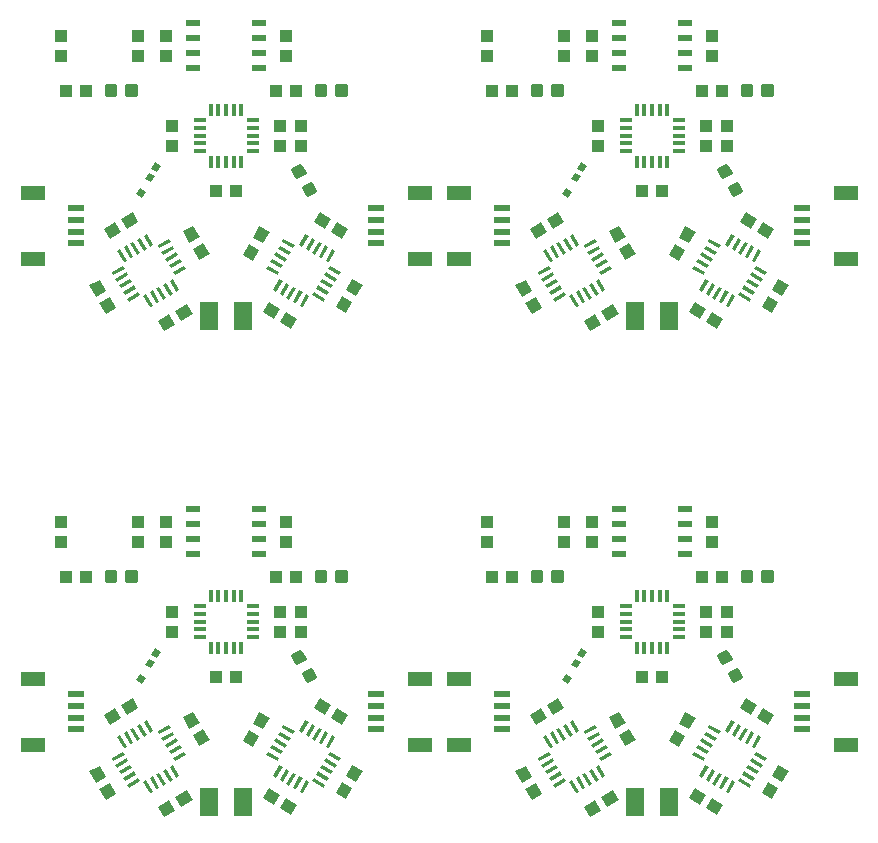
<source format=gtp>
G75*
%MOIN*%
%OFA0B0*%
%FSLAX25Y25*%
%IPPOS*%
%LPD*%
%AMOC8*
5,1,8,0,0,1.08239X$1,22.5*
%
%ADD10R,0.04331X0.03937*%
%ADD11R,0.01181X0.04331*%
%ADD12R,0.04331X0.01181*%
%ADD13R,0.03937X0.04331*%
%ADD14R,0.04724X0.02362*%
%ADD15R,0.07874X0.04724*%
%ADD16R,0.05315X0.02362*%
%ADD17C,0.01181*%
%ADD18R,0.02362X0.02362*%
%ADD19R,0.06299X0.09449*%
D10*
G36*
X0073232Y0079960D02*
X0075397Y0076212D01*
X0071990Y0074244D01*
X0069825Y0077992D01*
X0073232Y0079960D01*
G37*
G36*
X0069886Y0085756D02*
X0072051Y0082008D01*
X0068644Y0080040D01*
X0066479Y0083788D01*
X0069886Y0085756D01*
G37*
G36*
X0071318Y0102698D02*
X0075066Y0104863D01*
X0077034Y0101456D01*
X0073286Y0099291D01*
X0071318Y0102698D01*
G37*
G36*
X0077115Y0106044D02*
X0080863Y0108209D01*
X0082831Y0104802D01*
X0079083Y0102637D01*
X0077115Y0106044D01*
G37*
G36*
X0101063Y0103756D02*
X0103228Y0100008D01*
X0099821Y0098040D01*
X0097656Y0101788D01*
X0101063Y0103756D01*
G37*
G36*
X0104409Y0097960D02*
X0106574Y0094212D01*
X0103167Y0092244D01*
X0101002Y0095992D01*
X0104409Y0097960D01*
G37*
G36*
X0117615Y0093962D02*
X0119780Y0097710D01*
X0123187Y0095742D01*
X0121022Y0091994D01*
X0117615Y0093962D01*
G37*
G36*
X0120961Y0099758D02*
X0123126Y0103506D01*
X0126533Y0101538D01*
X0124368Y0097790D01*
X0120961Y0099758D01*
G37*
X0115421Y0115250D03*
X0108728Y0115250D03*
G36*
X0145066Y0102637D02*
X0141318Y0104802D01*
X0143286Y0108209D01*
X0147034Y0106044D01*
X0145066Y0102637D01*
G37*
G36*
X0150862Y0099291D02*
X0147114Y0101456D01*
X0149082Y0104863D01*
X0152830Y0102698D01*
X0150862Y0099291D01*
G37*
G36*
X0151962Y0082258D02*
X0154127Y0086006D01*
X0157534Y0084038D01*
X0155369Y0080290D01*
X0151962Y0082258D01*
G37*
G36*
X0148615Y0076462D02*
X0150780Y0080210D01*
X0154187Y0078242D01*
X0152022Y0074494D01*
X0148615Y0076462D01*
G37*
G36*
X0133862Y0069291D02*
X0130114Y0071456D01*
X0132082Y0074863D01*
X0135830Y0072698D01*
X0133862Y0069291D01*
G37*
G36*
X0128066Y0072637D02*
X0124318Y0074802D01*
X0126286Y0078209D01*
X0130034Y0076044D01*
X0128066Y0072637D01*
G37*
G36*
X0095153Y0075367D02*
X0098901Y0077532D01*
X0100869Y0074125D01*
X0097121Y0071960D01*
X0095153Y0075367D01*
G37*
G36*
X0089357Y0072021D02*
X0093105Y0074186D01*
X0095073Y0070779D01*
X0091325Y0068614D01*
X0089357Y0072021D01*
G37*
X0065421Y0148750D03*
X0058728Y0148750D03*
X0128728Y0148750D03*
X0135421Y0148750D03*
X0200728Y0148750D03*
X0207421Y0148750D03*
G36*
X0219114Y0106044D02*
X0222862Y0108209D01*
X0224830Y0104802D01*
X0221082Y0102637D01*
X0219114Y0106044D01*
G37*
G36*
X0213318Y0102698D02*
X0217066Y0104863D01*
X0219034Y0101456D01*
X0215286Y0099291D01*
X0213318Y0102698D01*
G37*
G36*
X0211886Y0085756D02*
X0214051Y0082008D01*
X0210644Y0080040D01*
X0208479Y0083788D01*
X0211886Y0085756D01*
G37*
G36*
X0215232Y0079960D02*
X0217397Y0076212D01*
X0213990Y0074244D01*
X0211825Y0077992D01*
X0215232Y0079960D01*
G37*
G36*
X0231356Y0072021D02*
X0235104Y0074186D01*
X0237072Y0070779D01*
X0233324Y0068614D01*
X0231356Y0072021D01*
G37*
G36*
X0237153Y0075367D02*
X0240901Y0077532D01*
X0242869Y0074125D01*
X0239121Y0071960D01*
X0237153Y0075367D01*
G37*
G36*
X0246409Y0097960D02*
X0248574Y0094212D01*
X0245167Y0092244D01*
X0243002Y0095992D01*
X0246409Y0097960D01*
G37*
G36*
X0243063Y0103756D02*
X0245228Y0100008D01*
X0241821Y0098040D01*
X0239656Y0101788D01*
X0243063Y0103756D01*
G37*
X0250728Y0115250D03*
X0257421Y0115250D03*
G36*
X0262961Y0099758D02*
X0265126Y0103506D01*
X0268533Y0101538D01*
X0266368Y0097790D01*
X0262961Y0099758D01*
G37*
G36*
X0259615Y0093962D02*
X0261780Y0097710D01*
X0265187Y0095742D01*
X0263022Y0091994D01*
X0259615Y0093962D01*
G37*
G36*
X0270066Y0072637D02*
X0266318Y0074802D01*
X0268286Y0078209D01*
X0272034Y0076044D01*
X0270066Y0072637D01*
G37*
G36*
X0275862Y0069291D02*
X0272114Y0071456D01*
X0274082Y0074863D01*
X0277830Y0072698D01*
X0275862Y0069291D01*
G37*
G36*
X0290615Y0076462D02*
X0292780Y0080210D01*
X0296187Y0078242D01*
X0294022Y0074494D01*
X0290615Y0076462D01*
G37*
G36*
X0293961Y0082258D02*
X0296126Y0086006D01*
X0299533Y0084038D01*
X0297368Y0080290D01*
X0293961Y0082258D01*
G37*
G36*
X0292862Y0099291D02*
X0289114Y0101456D01*
X0291082Y0104863D01*
X0294830Y0102698D01*
X0292862Y0099291D01*
G37*
G36*
X0287066Y0102637D02*
X0283318Y0104802D01*
X0285286Y0108209D01*
X0289034Y0106044D01*
X0287066Y0102637D01*
G37*
X0277421Y0148750D03*
X0270728Y0148750D03*
G36*
X0275862Y0231291D02*
X0272114Y0233456D01*
X0274082Y0236863D01*
X0277830Y0234698D01*
X0275862Y0231291D01*
G37*
G36*
X0270066Y0234637D02*
X0266318Y0236802D01*
X0268286Y0240209D01*
X0272034Y0238044D01*
X0270066Y0234637D01*
G37*
G36*
X0290615Y0238462D02*
X0292780Y0242210D01*
X0296187Y0240242D01*
X0294022Y0236494D01*
X0290615Y0238462D01*
G37*
G36*
X0293961Y0244258D02*
X0296126Y0248006D01*
X0299533Y0246038D01*
X0297368Y0242290D01*
X0293961Y0244258D01*
G37*
G36*
X0292862Y0261290D02*
X0289114Y0263455D01*
X0291082Y0266862D01*
X0294830Y0264697D01*
X0292862Y0261290D01*
G37*
G36*
X0287066Y0264637D02*
X0283318Y0266802D01*
X0285286Y0270209D01*
X0289034Y0268044D01*
X0287066Y0264637D01*
G37*
G36*
X0262961Y0261758D02*
X0265126Y0265506D01*
X0268533Y0263538D01*
X0266368Y0259790D01*
X0262961Y0261758D01*
G37*
G36*
X0259615Y0255962D02*
X0261780Y0259710D01*
X0265187Y0257742D01*
X0263022Y0253994D01*
X0259615Y0255962D01*
G37*
G36*
X0246409Y0259960D02*
X0248574Y0256212D01*
X0245167Y0254244D01*
X0243002Y0257992D01*
X0246409Y0259960D01*
G37*
G36*
X0243063Y0265756D02*
X0245228Y0262008D01*
X0241821Y0260040D01*
X0239656Y0263788D01*
X0243063Y0265756D01*
G37*
X0250728Y0277250D03*
X0257421Y0277250D03*
X0270728Y0310750D03*
X0277421Y0310750D03*
G36*
X0219114Y0268044D02*
X0222862Y0270209D01*
X0224830Y0266802D01*
X0221082Y0264637D01*
X0219114Y0268044D01*
G37*
G36*
X0213318Y0264697D02*
X0217066Y0266862D01*
X0219034Y0263455D01*
X0215286Y0261290D01*
X0213318Y0264697D01*
G37*
G36*
X0211886Y0247756D02*
X0214051Y0244008D01*
X0210644Y0242040D01*
X0208479Y0245788D01*
X0211886Y0247756D01*
G37*
G36*
X0215232Y0241960D02*
X0217397Y0238212D01*
X0213990Y0236244D01*
X0211825Y0239992D01*
X0215232Y0241960D01*
G37*
G36*
X0231356Y0234020D02*
X0235104Y0236185D01*
X0237072Y0232778D01*
X0233324Y0230613D01*
X0231356Y0234020D01*
G37*
G36*
X0237153Y0237367D02*
X0240901Y0239532D01*
X0242869Y0236125D01*
X0239121Y0233960D01*
X0237153Y0237367D01*
G37*
X0207421Y0310750D03*
X0200728Y0310750D03*
G36*
X0150862Y0261290D02*
X0147114Y0263455D01*
X0149082Y0266862D01*
X0152830Y0264697D01*
X0150862Y0261290D01*
G37*
G36*
X0145066Y0264637D02*
X0141318Y0266802D01*
X0143286Y0270209D01*
X0147034Y0268044D01*
X0145066Y0264637D01*
G37*
G36*
X0120961Y0261758D02*
X0123126Y0265506D01*
X0126533Y0263538D01*
X0124368Y0259790D01*
X0120961Y0261758D01*
G37*
G36*
X0117615Y0255962D02*
X0119780Y0259710D01*
X0123187Y0257742D01*
X0121022Y0253994D01*
X0117615Y0255962D01*
G37*
G36*
X0104409Y0259960D02*
X0106574Y0256212D01*
X0103167Y0254244D01*
X0101002Y0257992D01*
X0104409Y0259960D01*
G37*
G36*
X0101063Y0265756D02*
X0103228Y0262008D01*
X0099821Y0260040D01*
X0097656Y0263788D01*
X0101063Y0265756D01*
G37*
X0108728Y0277250D03*
X0115421Y0277250D03*
X0128728Y0310750D03*
X0135421Y0310750D03*
G36*
X0077115Y0268044D02*
X0080863Y0270209D01*
X0082831Y0266802D01*
X0079083Y0264637D01*
X0077115Y0268044D01*
G37*
G36*
X0071318Y0264697D02*
X0075066Y0266862D01*
X0077034Y0263455D01*
X0073286Y0261290D01*
X0071318Y0264697D01*
G37*
G36*
X0069886Y0247756D02*
X0072051Y0244008D01*
X0068644Y0242040D01*
X0066479Y0245788D01*
X0069886Y0247756D01*
G37*
G36*
X0073232Y0241960D02*
X0075397Y0238212D01*
X0071990Y0236244D01*
X0069825Y0239992D01*
X0073232Y0241960D01*
G37*
G36*
X0089357Y0234020D02*
X0093105Y0236185D01*
X0095073Y0232778D01*
X0091325Y0230613D01*
X0089357Y0234020D01*
G37*
G36*
X0095153Y0237367D02*
X0098901Y0239532D01*
X0100869Y0236125D01*
X0097121Y0233960D01*
X0095153Y0237367D01*
G37*
G36*
X0128066Y0234637D02*
X0124318Y0236802D01*
X0126286Y0240209D01*
X0130034Y0238044D01*
X0128066Y0234637D01*
G37*
G36*
X0133862Y0231291D02*
X0130114Y0233456D01*
X0132082Y0236863D01*
X0135830Y0234698D01*
X0133862Y0231291D01*
G37*
G36*
X0148615Y0238462D02*
X0150780Y0242210D01*
X0154187Y0240242D01*
X0152022Y0236494D01*
X0148615Y0238462D01*
G37*
G36*
X0151962Y0244258D02*
X0154127Y0248006D01*
X0157534Y0246038D01*
X0155369Y0242290D01*
X0151962Y0244258D01*
G37*
X0065421Y0310750D03*
X0058728Y0310750D03*
D11*
X0106956Y0304411D03*
X0109515Y0304411D03*
X0112074Y0304411D03*
X0114633Y0304411D03*
X0117192Y0304411D03*
X0117192Y0287088D03*
X0114633Y0287088D03*
X0112074Y0287088D03*
X0109515Y0287088D03*
X0106956Y0287088D03*
G36*
X0087789Y0259231D02*
X0086767Y0258641D01*
X0084603Y0262389D01*
X0085625Y0262979D01*
X0087789Y0259231D01*
G37*
G36*
X0089798Y0258117D02*
X0089208Y0259139D01*
X0092956Y0261303D01*
X0093546Y0260281D01*
X0089798Y0258117D01*
G37*
G36*
X0091078Y0255901D02*
X0090488Y0256923D01*
X0094236Y0259087D01*
X0094826Y0258065D01*
X0091078Y0255901D01*
G37*
G36*
X0092357Y0253684D02*
X0091767Y0254706D01*
X0095515Y0256870D01*
X0096105Y0255848D01*
X0092357Y0253684D01*
G37*
G36*
X0093637Y0251468D02*
X0093047Y0252490D01*
X0096795Y0254654D01*
X0097385Y0253632D01*
X0093637Y0251468D01*
G37*
G36*
X0094916Y0249252D02*
X0094326Y0250274D01*
X0098074Y0252438D01*
X0098664Y0251416D01*
X0094916Y0249252D01*
G37*
G36*
X0093265Y0247387D02*
X0094287Y0247977D01*
X0096451Y0244229D01*
X0095429Y0243639D01*
X0093265Y0247387D01*
G37*
G36*
X0091048Y0246107D02*
X0092070Y0246697D01*
X0094234Y0242949D01*
X0093212Y0242359D01*
X0091048Y0246107D01*
G37*
G36*
X0088832Y0244828D02*
X0089854Y0245418D01*
X0092018Y0241670D01*
X0090996Y0241080D01*
X0088832Y0244828D01*
G37*
G36*
X0086616Y0243548D02*
X0087638Y0244138D01*
X0089802Y0240390D01*
X0088780Y0239800D01*
X0086616Y0243548D01*
G37*
G36*
X0084400Y0242269D02*
X0085422Y0242859D01*
X0087586Y0239111D01*
X0086564Y0238521D01*
X0084400Y0242269D01*
G37*
G36*
X0082732Y0243580D02*
X0083322Y0242558D01*
X0079574Y0240394D01*
X0078984Y0241416D01*
X0082732Y0243580D01*
G37*
G36*
X0081452Y0245796D02*
X0082042Y0244774D01*
X0078294Y0242610D01*
X0077704Y0243632D01*
X0081452Y0245796D01*
G37*
G36*
X0080172Y0248012D02*
X0080762Y0246990D01*
X0077014Y0244826D01*
X0076424Y0245848D01*
X0080172Y0248012D01*
G37*
G36*
X0078893Y0250228D02*
X0079483Y0249206D01*
X0075735Y0247042D01*
X0075145Y0248064D01*
X0078893Y0250228D01*
G37*
G36*
X0077613Y0252445D02*
X0078203Y0251423D01*
X0074455Y0249259D01*
X0073865Y0250281D01*
X0077613Y0252445D01*
G37*
G36*
X0078924Y0254113D02*
X0077902Y0253523D01*
X0075738Y0257271D01*
X0076760Y0257861D01*
X0078924Y0254113D01*
G37*
G36*
X0081141Y0255392D02*
X0080119Y0254802D01*
X0077955Y0258550D01*
X0078977Y0259140D01*
X0081141Y0255392D01*
G37*
G36*
X0083357Y0256672D02*
X0082335Y0256082D01*
X0080171Y0259830D01*
X0081193Y0260420D01*
X0083357Y0256672D01*
G37*
G36*
X0085573Y0257951D02*
X0084551Y0257361D01*
X0082387Y0261109D01*
X0083409Y0261699D01*
X0085573Y0257951D01*
G37*
G36*
X0129822Y0250274D02*
X0129232Y0249252D01*
X0125484Y0251416D01*
X0126074Y0252438D01*
X0129822Y0250274D01*
G37*
G36*
X0131102Y0252490D02*
X0130512Y0251468D01*
X0126764Y0253632D01*
X0127354Y0254654D01*
X0131102Y0252490D01*
G37*
G36*
X0132381Y0254706D02*
X0131791Y0253684D01*
X0128043Y0255848D01*
X0128633Y0256870D01*
X0132381Y0254706D01*
G37*
G36*
X0133661Y0256923D02*
X0133071Y0255901D01*
X0129323Y0258065D01*
X0129913Y0259087D01*
X0133661Y0256923D01*
G37*
G36*
X0134940Y0259139D02*
X0134350Y0258117D01*
X0130602Y0260281D01*
X0131192Y0261303D01*
X0134940Y0259139D01*
G37*
G36*
X0137381Y0258641D02*
X0136359Y0259231D01*
X0138523Y0262979D01*
X0139545Y0262389D01*
X0137381Y0258641D01*
G37*
G36*
X0139598Y0257361D02*
X0138576Y0257951D01*
X0140740Y0261699D01*
X0141762Y0261109D01*
X0139598Y0257361D01*
G37*
G36*
X0141814Y0256082D02*
X0140792Y0256672D01*
X0142956Y0260420D01*
X0143978Y0259830D01*
X0141814Y0256082D01*
G37*
G36*
X0144030Y0254802D02*
X0143008Y0255392D01*
X0145172Y0259140D01*
X0146194Y0258550D01*
X0144030Y0254802D01*
G37*
G36*
X0146246Y0253523D02*
X0145224Y0254113D01*
X0147388Y0257861D01*
X0148410Y0257271D01*
X0146246Y0253523D01*
G37*
G36*
X0145945Y0251423D02*
X0146535Y0252445D01*
X0150283Y0250281D01*
X0149693Y0249259D01*
X0145945Y0251423D01*
G37*
G36*
X0144666Y0249206D02*
X0145256Y0250228D01*
X0149004Y0248064D01*
X0148414Y0247042D01*
X0144666Y0249206D01*
G37*
G36*
X0143386Y0246990D02*
X0143976Y0248012D01*
X0147724Y0245848D01*
X0147134Y0244826D01*
X0143386Y0246990D01*
G37*
G36*
X0142107Y0244774D02*
X0142697Y0245796D01*
X0146445Y0243632D01*
X0145855Y0242610D01*
X0142107Y0244774D01*
G37*
G36*
X0140827Y0242558D02*
X0141417Y0243580D01*
X0145165Y0241416D01*
X0144575Y0240394D01*
X0140827Y0242558D01*
G37*
G36*
X0138727Y0242859D02*
X0139749Y0242269D01*
X0137585Y0238521D01*
X0136563Y0239111D01*
X0138727Y0242859D01*
G37*
G36*
X0136511Y0244138D02*
X0137533Y0243548D01*
X0135369Y0239800D01*
X0134347Y0240390D01*
X0136511Y0244138D01*
G37*
G36*
X0134294Y0245418D02*
X0135316Y0244828D01*
X0133152Y0241080D01*
X0132130Y0241670D01*
X0134294Y0245418D01*
G37*
G36*
X0132078Y0246697D02*
X0133100Y0246107D01*
X0130936Y0242359D01*
X0129914Y0242949D01*
X0132078Y0246697D01*
G37*
G36*
X0129862Y0247977D02*
X0130884Y0247387D01*
X0128720Y0243639D01*
X0127698Y0244229D01*
X0129862Y0247977D01*
G37*
G36*
X0219613Y0252445D02*
X0220203Y0251423D01*
X0216455Y0249259D01*
X0215865Y0250281D01*
X0219613Y0252445D01*
G37*
G36*
X0220924Y0254113D02*
X0219902Y0253523D01*
X0217738Y0257271D01*
X0218760Y0257861D01*
X0220924Y0254113D01*
G37*
G36*
X0223140Y0255392D02*
X0222118Y0254802D01*
X0219954Y0258550D01*
X0220976Y0259140D01*
X0223140Y0255392D01*
G37*
G36*
X0225357Y0256672D02*
X0224335Y0256082D01*
X0222171Y0259830D01*
X0223193Y0260420D01*
X0225357Y0256672D01*
G37*
G36*
X0227573Y0257951D02*
X0226551Y0257361D01*
X0224387Y0261109D01*
X0225409Y0261699D01*
X0227573Y0257951D01*
G37*
G36*
X0229789Y0259231D02*
X0228767Y0258641D01*
X0226603Y0262389D01*
X0227625Y0262979D01*
X0229789Y0259231D01*
G37*
G36*
X0231798Y0258117D02*
X0231208Y0259139D01*
X0234956Y0261303D01*
X0235546Y0260281D01*
X0231798Y0258117D01*
G37*
G36*
X0233078Y0255901D02*
X0232488Y0256923D01*
X0236236Y0259087D01*
X0236826Y0258065D01*
X0233078Y0255901D01*
G37*
G36*
X0234357Y0253684D02*
X0233767Y0254706D01*
X0237515Y0256870D01*
X0238105Y0255848D01*
X0234357Y0253684D01*
G37*
G36*
X0235637Y0251468D02*
X0235047Y0252490D01*
X0238795Y0254654D01*
X0239385Y0253632D01*
X0235637Y0251468D01*
G37*
G36*
X0236916Y0249252D02*
X0236326Y0250274D01*
X0240074Y0252438D01*
X0240664Y0251416D01*
X0236916Y0249252D01*
G37*
G36*
X0235264Y0247387D02*
X0236286Y0247977D01*
X0238450Y0244229D01*
X0237428Y0243639D01*
X0235264Y0247387D01*
G37*
G36*
X0233048Y0246107D02*
X0234070Y0246697D01*
X0236234Y0242949D01*
X0235212Y0242359D01*
X0233048Y0246107D01*
G37*
G36*
X0230832Y0244828D02*
X0231854Y0245418D01*
X0234018Y0241670D01*
X0232996Y0241080D01*
X0230832Y0244828D01*
G37*
G36*
X0228616Y0243548D02*
X0229638Y0244138D01*
X0231802Y0240390D01*
X0230780Y0239800D01*
X0228616Y0243548D01*
G37*
G36*
X0226400Y0242269D02*
X0227422Y0242859D01*
X0229586Y0239111D01*
X0228564Y0238521D01*
X0226400Y0242269D01*
G37*
G36*
X0224731Y0243580D02*
X0225321Y0242558D01*
X0221573Y0240394D01*
X0220983Y0241416D01*
X0224731Y0243580D01*
G37*
G36*
X0223452Y0245796D02*
X0224042Y0244774D01*
X0220294Y0242610D01*
X0219704Y0243632D01*
X0223452Y0245796D01*
G37*
G36*
X0222172Y0248012D02*
X0222762Y0246990D01*
X0219014Y0244826D01*
X0218424Y0245848D01*
X0222172Y0248012D01*
G37*
G36*
X0220893Y0250228D02*
X0221483Y0249206D01*
X0217735Y0247042D01*
X0217145Y0248064D01*
X0220893Y0250228D01*
G37*
X0248956Y0287088D03*
X0251515Y0287088D03*
X0254074Y0287088D03*
X0256633Y0287088D03*
X0259192Y0287088D03*
X0259192Y0304411D03*
X0256633Y0304411D03*
X0254074Y0304411D03*
X0251515Y0304411D03*
X0248956Y0304411D03*
G36*
X0279381Y0258641D02*
X0278359Y0259231D01*
X0280523Y0262979D01*
X0281545Y0262389D01*
X0279381Y0258641D01*
G37*
G36*
X0281597Y0257361D02*
X0280575Y0257951D01*
X0282739Y0261699D01*
X0283761Y0261109D01*
X0281597Y0257361D01*
G37*
G36*
X0283814Y0256082D02*
X0282792Y0256672D01*
X0284956Y0260420D01*
X0285978Y0259830D01*
X0283814Y0256082D01*
G37*
G36*
X0286030Y0254802D02*
X0285008Y0255392D01*
X0287172Y0259140D01*
X0288194Y0258550D01*
X0286030Y0254802D01*
G37*
G36*
X0288246Y0253523D02*
X0287224Y0254113D01*
X0289388Y0257861D01*
X0290410Y0257271D01*
X0288246Y0253523D01*
G37*
G36*
X0287945Y0251423D02*
X0288535Y0252445D01*
X0292283Y0250281D01*
X0291693Y0249259D01*
X0287945Y0251423D01*
G37*
G36*
X0286666Y0249206D02*
X0287256Y0250228D01*
X0291004Y0248064D01*
X0290414Y0247042D01*
X0286666Y0249206D01*
G37*
G36*
X0285386Y0246990D02*
X0285976Y0248012D01*
X0289724Y0245848D01*
X0289134Y0244826D01*
X0285386Y0246990D01*
G37*
G36*
X0284106Y0244774D02*
X0284696Y0245796D01*
X0288444Y0243632D01*
X0287854Y0242610D01*
X0284106Y0244774D01*
G37*
G36*
X0282827Y0242558D02*
X0283417Y0243580D01*
X0287165Y0241416D01*
X0286575Y0240394D01*
X0282827Y0242558D01*
G37*
G36*
X0280727Y0242859D02*
X0281749Y0242269D01*
X0279585Y0238521D01*
X0278563Y0239111D01*
X0280727Y0242859D01*
G37*
G36*
X0278510Y0244138D02*
X0279532Y0243548D01*
X0277368Y0239800D01*
X0276346Y0240390D01*
X0278510Y0244138D01*
G37*
G36*
X0276294Y0245418D02*
X0277316Y0244828D01*
X0275152Y0241080D01*
X0274130Y0241670D01*
X0276294Y0245418D01*
G37*
G36*
X0274078Y0246697D02*
X0275100Y0246107D01*
X0272936Y0242359D01*
X0271914Y0242949D01*
X0274078Y0246697D01*
G37*
G36*
X0271862Y0247977D02*
X0272884Y0247387D01*
X0270720Y0243639D01*
X0269698Y0244229D01*
X0271862Y0247977D01*
G37*
G36*
X0271822Y0250274D02*
X0271232Y0249252D01*
X0267484Y0251416D01*
X0268074Y0252438D01*
X0271822Y0250274D01*
G37*
G36*
X0273102Y0252490D02*
X0272512Y0251468D01*
X0268764Y0253632D01*
X0269354Y0254654D01*
X0273102Y0252490D01*
G37*
G36*
X0274381Y0254706D02*
X0273791Y0253684D01*
X0270043Y0255848D01*
X0270633Y0256870D01*
X0274381Y0254706D01*
G37*
G36*
X0275661Y0256923D02*
X0275071Y0255901D01*
X0271323Y0258065D01*
X0271913Y0259087D01*
X0275661Y0256923D01*
G37*
G36*
X0276940Y0259139D02*
X0276350Y0258117D01*
X0272602Y0260281D01*
X0273192Y0261303D01*
X0276940Y0259139D01*
G37*
X0259192Y0142411D03*
X0256633Y0142411D03*
X0254074Y0142411D03*
X0251515Y0142411D03*
X0248956Y0142411D03*
X0248956Y0125088D03*
X0251515Y0125088D03*
X0254074Y0125088D03*
X0256633Y0125088D03*
X0259192Y0125088D03*
G36*
X0276940Y0097139D02*
X0276350Y0096117D01*
X0272602Y0098281D01*
X0273192Y0099303D01*
X0276940Y0097139D01*
G37*
G36*
X0279381Y0096641D02*
X0278359Y0097231D01*
X0280523Y0100979D01*
X0281545Y0100389D01*
X0279381Y0096641D01*
G37*
G36*
X0281597Y0095362D02*
X0280575Y0095952D01*
X0282739Y0099700D01*
X0283761Y0099110D01*
X0281597Y0095362D01*
G37*
G36*
X0283814Y0094082D02*
X0282792Y0094672D01*
X0284956Y0098420D01*
X0285978Y0097830D01*
X0283814Y0094082D01*
G37*
G36*
X0286030Y0092803D02*
X0285008Y0093393D01*
X0287172Y0097141D01*
X0288194Y0096551D01*
X0286030Y0092803D01*
G37*
G36*
X0288246Y0091523D02*
X0287224Y0092113D01*
X0289388Y0095861D01*
X0290410Y0095271D01*
X0288246Y0091523D01*
G37*
G36*
X0287945Y0089423D02*
X0288535Y0090445D01*
X0292283Y0088281D01*
X0291693Y0087259D01*
X0287945Y0089423D01*
G37*
G36*
X0286666Y0087207D02*
X0287256Y0088229D01*
X0291004Y0086065D01*
X0290414Y0085043D01*
X0286666Y0087207D01*
G37*
G36*
X0285386Y0084990D02*
X0285976Y0086012D01*
X0289724Y0083848D01*
X0289134Y0082826D01*
X0285386Y0084990D01*
G37*
G36*
X0284106Y0082774D02*
X0284696Y0083796D01*
X0288444Y0081632D01*
X0287854Y0080610D01*
X0284106Y0082774D01*
G37*
G36*
X0282827Y0080558D02*
X0283417Y0081580D01*
X0287165Y0079416D01*
X0286575Y0078394D01*
X0282827Y0080558D01*
G37*
G36*
X0280727Y0080859D02*
X0281749Y0080269D01*
X0279585Y0076521D01*
X0278563Y0077111D01*
X0280727Y0080859D01*
G37*
G36*
X0278510Y0082139D02*
X0279532Y0081549D01*
X0277368Y0077801D01*
X0276346Y0078391D01*
X0278510Y0082139D01*
G37*
G36*
X0276294Y0083418D02*
X0277316Y0082828D01*
X0275152Y0079080D01*
X0274130Y0079670D01*
X0276294Y0083418D01*
G37*
G36*
X0274078Y0084698D02*
X0275100Y0084108D01*
X0272936Y0080360D01*
X0271914Y0080950D01*
X0274078Y0084698D01*
G37*
G36*
X0271862Y0085977D02*
X0272884Y0085387D01*
X0270720Y0081639D01*
X0269698Y0082229D01*
X0271862Y0085977D01*
G37*
G36*
X0271822Y0088274D02*
X0271232Y0087252D01*
X0267484Y0089416D01*
X0268074Y0090438D01*
X0271822Y0088274D01*
G37*
G36*
X0273102Y0090490D02*
X0272512Y0089468D01*
X0268764Y0091632D01*
X0269354Y0092654D01*
X0273102Y0090490D01*
G37*
G36*
X0274381Y0092707D02*
X0273791Y0091685D01*
X0270043Y0093849D01*
X0270633Y0094871D01*
X0274381Y0092707D01*
G37*
G36*
X0275661Y0094923D02*
X0275071Y0093901D01*
X0271323Y0096065D01*
X0271913Y0097087D01*
X0275661Y0094923D01*
G37*
G36*
X0236916Y0087252D02*
X0236326Y0088274D01*
X0240074Y0090438D01*
X0240664Y0089416D01*
X0236916Y0087252D01*
G37*
G36*
X0235264Y0085387D02*
X0236286Y0085977D01*
X0238450Y0082229D01*
X0237428Y0081639D01*
X0235264Y0085387D01*
G37*
G36*
X0233048Y0084108D02*
X0234070Y0084698D01*
X0236234Y0080950D01*
X0235212Y0080360D01*
X0233048Y0084108D01*
G37*
G36*
X0230832Y0082828D02*
X0231854Y0083418D01*
X0234018Y0079670D01*
X0232996Y0079080D01*
X0230832Y0082828D01*
G37*
G36*
X0228616Y0081548D02*
X0229638Y0082138D01*
X0231802Y0078390D01*
X0230780Y0077800D01*
X0228616Y0081548D01*
G37*
G36*
X0226400Y0080269D02*
X0227422Y0080859D01*
X0229586Y0077111D01*
X0228564Y0076521D01*
X0226400Y0080269D01*
G37*
G36*
X0224731Y0081580D02*
X0225321Y0080558D01*
X0221573Y0078394D01*
X0220983Y0079416D01*
X0224731Y0081580D01*
G37*
G36*
X0223452Y0083796D02*
X0224042Y0082774D01*
X0220294Y0080610D01*
X0219704Y0081632D01*
X0223452Y0083796D01*
G37*
G36*
X0222172Y0086012D02*
X0222762Y0084990D01*
X0219014Y0082826D01*
X0218424Y0083848D01*
X0222172Y0086012D01*
G37*
G36*
X0220893Y0088229D02*
X0221483Y0087207D01*
X0217735Y0085043D01*
X0217145Y0086065D01*
X0220893Y0088229D01*
G37*
G36*
X0219613Y0090445D02*
X0220203Y0089423D01*
X0216455Y0087259D01*
X0215865Y0088281D01*
X0219613Y0090445D01*
G37*
G36*
X0220924Y0092113D02*
X0219902Y0091523D01*
X0217738Y0095271D01*
X0218760Y0095861D01*
X0220924Y0092113D01*
G37*
G36*
X0223140Y0093392D02*
X0222118Y0092802D01*
X0219954Y0096550D01*
X0220976Y0097140D01*
X0223140Y0093392D01*
G37*
G36*
X0225357Y0094672D02*
X0224335Y0094082D01*
X0222171Y0097830D01*
X0223193Y0098420D01*
X0225357Y0094672D01*
G37*
G36*
X0227573Y0095952D02*
X0226551Y0095362D01*
X0224387Y0099110D01*
X0225409Y0099700D01*
X0227573Y0095952D01*
G37*
G36*
X0229789Y0097231D02*
X0228767Y0096641D01*
X0226603Y0100389D01*
X0227625Y0100979D01*
X0229789Y0097231D01*
G37*
G36*
X0231798Y0096117D02*
X0231208Y0097139D01*
X0234956Y0099303D01*
X0235546Y0098281D01*
X0231798Y0096117D01*
G37*
G36*
X0233078Y0093901D02*
X0232488Y0094923D01*
X0236236Y0097087D01*
X0236826Y0096065D01*
X0233078Y0093901D01*
G37*
G36*
X0234357Y0091685D02*
X0233767Y0092707D01*
X0237515Y0094871D01*
X0238105Y0093849D01*
X0234357Y0091685D01*
G37*
G36*
X0235637Y0089468D02*
X0235047Y0090490D01*
X0238795Y0092654D01*
X0239385Y0091632D01*
X0235637Y0089468D01*
G37*
G36*
X0145945Y0089423D02*
X0146535Y0090445D01*
X0150283Y0088281D01*
X0149693Y0087259D01*
X0145945Y0089423D01*
G37*
G36*
X0144666Y0087207D02*
X0145256Y0088229D01*
X0149004Y0086065D01*
X0148414Y0085043D01*
X0144666Y0087207D01*
G37*
G36*
X0143386Y0084990D02*
X0143976Y0086012D01*
X0147724Y0083848D01*
X0147134Y0082826D01*
X0143386Y0084990D01*
G37*
G36*
X0142107Y0082774D02*
X0142697Y0083796D01*
X0146445Y0081632D01*
X0145855Y0080610D01*
X0142107Y0082774D01*
G37*
G36*
X0140827Y0080558D02*
X0141417Y0081580D01*
X0145165Y0079416D01*
X0144575Y0078394D01*
X0140827Y0080558D01*
G37*
G36*
X0138727Y0080859D02*
X0139749Y0080269D01*
X0137585Y0076521D01*
X0136563Y0077111D01*
X0138727Y0080859D01*
G37*
G36*
X0136511Y0082139D02*
X0137533Y0081549D01*
X0135369Y0077801D01*
X0134347Y0078391D01*
X0136511Y0082139D01*
G37*
G36*
X0134294Y0083418D02*
X0135316Y0082828D01*
X0133152Y0079080D01*
X0132130Y0079670D01*
X0134294Y0083418D01*
G37*
G36*
X0132078Y0084698D02*
X0133100Y0084108D01*
X0130936Y0080360D01*
X0129914Y0080950D01*
X0132078Y0084698D01*
G37*
G36*
X0129862Y0085977D02*
X0130884Y0085387D01*
X0128720Y0081639D01*
X0127698Y0082229D01*
X0129862Y0085977D01*
G37*
G36*
X0129822Y0088274D02*
X0129232Y0087252D01*
X0125484Y0089416D01*
X0126074Y0090438D01*
X0129822Y0088274D01*
G37*
G36*
X0131102Y0090490D02*
X0130512Y0089468D01*
X0126764Y0091632D01*
X0127354Y0092654D01*
X0131102Y0090490D01*
G37*
G36*
X0132381Y0092707D02*
X0131791Y0091685D01*
X0128043Y0093849D01*
X0128633Y0094871D01*
X0132381Y0092707D01*
G37*
G36*
X0133661Y0094923D02*
X0133071Y0093901D01*
X0129323Y0096065D01*
X0129913Y0097087D01*
X0133661Y0094923D01*
G37*
G36*
X0134940Y0097139D02*
X0134350Y0096117D01*
X0130602Y0098281D01*
X0131192Y0099303D01*
X0134940Y0097139D01*
G37*
G36*
X0137381Y0096641D02*
X0136359Y0097231D01*
X0138523Y0100979D01*
X0139545Y0100389D01*
X0137381Y0096641D01*
G37*
G36*
X0139598Y0095362D02*
X0138576Y0095952D01*
X0140740Y0099700D01*
X0141762Y0099110D01*
X0139598Y0095362D01*
G37*
G36*
X0141814Y0094082D02*
X0140792Y0094672D01*
X0142956Y0098420D01*
X0143978Y0097830D01*
X0141814Y0094082D01*
G37*
G36*
X0144030Y0092803D02*
X0143008Y0093393D01*
X0145172Y0097141D01*
X0146194Y0096551D01*
X0144030Y0092803D01*
G37*
G36*
X0146246Y0091523D02*
X0145224Y0092113D01*
X0147388Y0095861D01*
X0148410Y0095271D01*
X0146246Y0091523D01*
G37*
X0117192Y0125088D03*
X0114633Y0125088D03*
X0112074Y0125088D03*
X0109515Y0125088D03*
X0106956Y0125088D03*
X0106956Y0142411D03*
X0109515Y0142411D03*
X0112074Y0142411D03*
X0114633Y0142411D03*
X0117192Y0142411D03*
G36*
X0089798Y0096117D02*
X0089208Y0097139D01*
X0092956Y0099303D01*
X0093546Y0098281D01*
X0089798Y0096117D01*
G37*
G36*
X0091078Y0093901D02*
X0090488Y0094923D01*
X0094236Y0097087D01*
X0094826Y0096065D01*
X0091078Y0093901D01*
G37*
G36*
X0092357Y0091685D02*
X0091767Y0092707D01*
X0095515Y0094871D01*
X0096105Y0093849D01*
X0092357Y0091685D01*
G37*
G36*
X0093637Y0089468D02*
X0093047Y0090490D01*
X0096795Y0092654D01*
X0097385Y0091632D01*
X0093637Y0089468D01*
G37*
G36*
X0094916Y0087252D02*
X0094326Y0088274D01*
X0098074Y0090438D01*
X0098664Y0089416D01*
X0094916Y0087252D01*
G37*
G36*
X0093265Y0085387D02*
X0094287Y0085977D01*
X0096451Y0082229D01*
X0095429Y0081639D01*
X0093265Y0085387D01*
G37*
G36*
X0091048Y0084108D02*
X0092070Y0084698D01*
X0094234Y0080950D01*
X0093212Y0080360D01*
X0091048Y0084108D01*
G37*
G36*
X0088832Y0082828D02*
X0089854Y0083418D01*
X0092018Y0079670D01*
X0090996Y0079080D01*
X0088832Y0082828D01*
G37*
G36*
X0086616Y0081548D02*
X0087638Y0082138D01*
X0089802Y0078390D01*
X0088780Y0077800D01*
X0086616Y0081548D01*
G37*
G36*
X0084400Y0080269D02*
X0085422Y0080859D01*
X0087586Y0077111D01*
X0086564Y0076521D01*
X0084400Y0080269D01*
G37*
G36*
X0082732Y0081580D02*
X0083322Y0080558D01*
X0079574Y0078394D01*
X0078984Y0079416D01*
X0082732Y0081580D01*
G37*
G36*
X0081452Y0083796D02*
X0082042Y0082774D01*
X0078294Y0080610D01*
X0077704Y0081632D01*
X0081452Y0083796D01*
G37*
G36*
X0080172Y0086012D02*
X0080762Y0084990D01*
X0077014Y0082826D01*
X0076424Y0083848D01*
X0080172Y0086012D01*
G37*
G36*
X0078893Y0088229D02*
X0079483Y0087207D01*
X0075735Y0085043D01*
X0075145Y0086065D01*
X0078893Y0088229D01*
G37*
G36*
X0077613Y0090445D02*
X0078203Y0089423D01*
X0074455Y0087259D01*
X0073865Y0088281D01*
X0077613Y0090445D01*
G37*
G36*
X0078924Y0092113D02*
X0077902Y0091523D01*
X0075738Y0095271D01*
X0076760Y0095861D01*
X0078924Y0092113D01*
G37*
G36*
X0081141Y0093392D02*
X0080119Y0092802D01*
X0077955Y0096550D01*
X0078977Y0097140D01*
X0081141Y0093392D01*
G37*
G36*
X0083357Y0094672D02*
X0082335Y0094082D01*
X0080171Y0097830D01*
X0081193Y0098420D01*
X0083357Y0094672D01*
G37*
G36*
X0085573Y0095952D02*
X0084551Y0095362D01*
X0082387Y0099110D01*
X0083409Y0099700D01*
X0085573Y0095952D01*
G37*
G36*
X0087789Y0097231D02*
X0086767Y0096641D01*
X0084603Y0100389D01*
X0085625Y0100979D01*
X0087789Y0097231D01*
G37*
D12*
X0103413Y0128632D03*
X0103413Y0131191D03*
X0103413Y0133750D03*
X0103413Y0136309D03*
X0103413Y0138868D03*
X0121129Y0138868D03*
X0121129Y0136309D03*
X0121129Y0133750D03*
X0121129Y0131191D03*
X0121129Y0128632D03*
X0245413Y0128632D03*
X0245413Y0131191D03*
X0245413Y0133750D03*
X0245413Y0136309D03*
X0245413Y0138868D03*
X0263129Y0138868D03*
X0263129Y0136309D03*
X0263129Y0133750D03*
X0263129Y0131191D03*
X0263129Y0128632D03*
X0263129Y0290631D03*
X0263129Y0293190D03*
X0263129Y0295750D03*
X0263129Y0298309D03*
X0263129Y0300868D03*
X0245413Y0300868D03*
X0245413Y0298309D03*
X0245413Y0295750D03*
X0245413Y0293190D03*
X0245413Y0290631D03*
X0121129Y0290631D03*
X0121129Y0293190D03*
X0121129Y0295750D03*
X0121129Y0298309D03*
X0121129Y0300868D03*
X0103413Y0300868D03*
X0103413Y0298309D03*
X0103413Y0295750D03*
X0103413Y0293190D03*
X0103413Y0290631D03*
D13*
X0094074Y0292403D03*
X0094074Y0299096D03*
X0092074Y0322403D03*
X0092074Y0329096D03*
X0082574Y0329096D03*
X0082574Y0322403D03*
X0057074Y0322403D03*
X0057074Y0329096D03*
X0132074Y0329096D03*
X0132074Y0322403D03*
X0130074Y0299096D03*
X0130074Y0292403D03*
X0137074Y0292403D03*
X0137074Y0299096D03*
X0199074Y0322403D03*
X0199074Y0329096D03*
X0224574Y0329096D03*
X0224574Y0322403D03*
X0234074Y0322403D03*
X0234074Y0329096D03*
X0236074Y0299096D03*
X0236074Y0292403D03*
X0272074Y0292403D03*
X0272074Y0299096D03*
X0279074Y0299096D03*
X0279074Y0292403D03*
X0274074Y0322403D03*
X0274074Y0329096D03*
X0274074Y0167096D03*
X0274074Y0160403D03*
X0272074Y0137096D03*
X0272074Y0130403D03*
X0279074Y0130403D03*
X0279074Y0137096D03*
X0236074Y0137096D03*
X0236074Y0130403D03*
X0234074Y0160403D03*
X0234074Y0167096D03*
X0224574Y0167096D03*
X0224574Y0160403D03*
X0199074Y0160403D03*
X0199074Y0167096D03*
X0137074Y0137096D03*
X0137074Y0130403D03*
X0130074Y0130403D03*
X0130074Y0137096D03*
X0132074Y0160403D03*
X0132074Y0167096D03*
X0094074Y0137096D03*
X0094074Y0130403D03*
X0092074Y0160403D03*
X0092074Y0167096D03*
X0082574Y0167096D03*
X0082574Y0160403D03*
X0057074Y0160403D03*
X0057074Y0167096D03*
D14*
X0101051Y0166250D03*
X0101051Y0171250D03*
X0101051Y0161250D03*
X0101051Y0156250D03*
X0123098Y0156250D03*
X0123098Y0161250D03*
X0123098Y0166250D03*
X0123098Y0171250D03*
X0243050Y0171250D03*
X0243050Y0166250D03*
X0243050Y0161250D03*
X0243050Y0156250D03*
X0265098Y0156250D03*
X0265098Y0161250D03*
X0265098Y0166250D03*
X0265098Y0171250D03*
X0265098Y0318250D03*
X0265098Y0323250D03*
X0265098Y0328250D03*
X0265098Y0333250D03*
X0243050Y0333250D03*
X0243050Y0328250D03*
X0243050Y0323250D03*
X0243050Y0318250D03*
X0123098Y0318250D03*
X0123098Y0323250D03*
X0123098Y0328250D03*
X0123098Y0333250D03*
X0101051Y0333250D03*
X0101051Y0328250D03*
X0101051Y0323250D03*
X0101051Y0318250D03*
D15*
X0047606Y0276773D03*
X0047606Y0254726D03*
X0176543Y0254726D03*
X0189606Y0254726D03*
X0189606Y0276773D03*
X0176543Y0276773D03*
X0318542Y0276773D03*
X0318542Y0254726D03*
X0318542Y0114774D03*
X0318542Y0092726D03*
X0189606Y0092726D03*
X0176543Y0092726D03*
X0176543Y0114774D03*
X0189606Y0114774D03*
X0047606Y0114774D03*
X0047606Y0092726D03*
D16*
X0062074Y0097844D03*
X0062074Y0101781D03*
X0062074Y0105718D03*
X0062074Y0109655D03*
X0162074Y0109655D03*
X0162074Y0105718D03*
X0162074Y0101781D03*
X0162074Y0097844D03*
X0204074Y0097844D03*
X0204074Y0101781D03*
X0204074Y0105718D03*
X0204074Y0109655D03*
X0304074Y0109655D03*
X0304074Y0105718D03*
X0304074Y0101781D03*
X0304074Y0097844D03*
X0304074Y0259844D03*
X0304074Y0263781D03*
X0304074Y0267718D03*
X0304074Y0271655D03*
X0204074Y0271655D03*
X0204074Y0267718D03*
X0204074Y0263781D03*
X0204074Y0259844D03*
X0162074Y0259844D03*
X0162074Y0263781D03*
X0162074Y0267718D03*
X0162074Y0271655D03*
X0062074Y0271655D03*
X0062074Y0267718D03*
X0062074Y0263781D03*
X0062074Y0259844D03*
D17*
X0072244Y0309372D02*
X0072244Y0312128D01*
X0075000Y0312128D01*
X0075000Y0309372D01*
X0072244Y0309372D01*
X0072244Y0310494D02*
X0075000Y0310494D01*
X0075000Y0311616D02*
X0072244Y0311616D01*
X0079149Y0312128D02*
X0079149Y0309372D01*
X0079149Y0312128D02*
X0081905Y0312128D01*
X0081905Y0309372D01*
X0079149Y0309372D01*
X0079149Y0310494D02*
X0081905Y0310494D01*
X0081905Y0311616D02*
X0079149Y0311616D01*
X0134466Y0284244D02*
X0136852Y0285622D01*
X0138230Y0283236D01*
X0135844Y0281858D01*
X0134466Y0284244D01*
X0135196Y0282980D02*
X0137787Y0282980D01*
X0137730Y0284102D02*
X0134548Y0284102D01*
X0136163Y0285224D02*
X0137082Y0285224D01*
X0140305Y0279642D02*
X0137919Y0278264D01*
X0140305Y0279642D02*
X0141683Y0277256D01*
X0139297Y0275878D01*
X0137919Y0278264D01*
X0138649Y0277000D02*
X0141240Y0277000D01*
X0141183Y0278122D02*
X0138001Y0278122D01*
X0139616Y0279244D02*
X0140535Y0279244D01*
X0142243Y0309372D02*
X0142243Y0312128D01*
X0144999Y0312128D01*
X0144999Y0309372D01*
X0142243Y0309372D01*
X0142243Y0310494D02*
X0144999Y0310494D01*
X0144999Y0311616D02*
X0142243Y0311616D01*
X0149149Y0312128D02*
X0149149Y0309372D01*
X0149149Y0312128D02*
X0151905Y0312128D01*
X0151905Y0309372D01*
X0149149Y0309372D01*
X0149149Y0310494D02*
X0151905Y0310494D01*
X0151905Y0311616D02*
X0149149Y0311616D01*
X0214243Y0312128D02*
X0214243Y0309372D01*
X0214243Y0312128D02*
X0216999Y0312128D01*
X0216999Y0309372D01*
X0214243Y0309372D01*
X0214243Y0310494D02*
X0216999Y0310494D01*
X0216999Y0311616D02*
X0214243Y0311616D01*
X0221149Y0312128D02*
X0221149Y0309372D01*
X0221149Y0312128D02*
X0223905Y0312128D01*
X0223905Y0309372D01*
X0221149Y0309372D01*
X0221149Y0310494D02*
X0223905Y0310494D01*
X0223905Y0311616D02*
X0221149Y0311616D01*
X0276466Y0284244D02*
X0278852Y0285622D01*
X0280230Y0283236D01*
X0277844Y0281858D01*
X0276466Y0284244D01*
X0277196Y0282980D02*
X0279787Y0282980D01*
X0279730Y0284102D02*
X0276548Y0284102D01*
X0278163Y0285224D02*
X0279082Y0285224D01*
X0282304Y0279642D02*
X0279918Y0278264D01*
X0282304Y0279642D02*
X0283682Y0277256D01*
X0281296Y0275878D01*
X0279918Y0278264D01*
X0280648Y0277000D02*
X0283239Y0277000D01*
X0283182Y0278122D02*
X0280000Y0278122D01*
X0281615Y0279244D02*
X0282534Y0279244D01*
X0284243Y0309372D02*
X0284243Y0312128D01*
X0286999Y0312128D01*
X0286999Y0309372D01*
X0284243Y0309372D01*
X0284243Y0310494D02*
X0286999Y0310494D01*
X0286999Y0311616D02*
X0284243Y0311616D01*
X0291149Y0312128D02*
X0291149Y0309372D01*
X0291149Y0312128D02*
X0293905Y0312128D01*
X0293905Y0309372D01*
X0291149Y0309372D01*
X0291149Y0310494D02*
X0293905Y0310494D01*
X0293905Y0311616D02*
X0291149Y0311616D01*
X0291149Y0150128D02*
X0291149Y0147372D01*
X0291149Y0150128D02*
X0293905Y0150128D01*
X0293905Y0147372D01*
X0291149Y0147372D01*
X0291149Y0148494D02*
X0293905Y0148494D01*
X0293905Y0149616D02*
X0291149Y0149616D01*
X0284243Y0150128D02*
X0284243Y0147372D01*
X0284243Y0150128D02*
X0286999Y0150128D01*
X0286999Y0147372D01*
X0284243Y0147372D01*
X0284243Y0148494D02*
X0286999Y0148494D01*
X0286999Y0149616D02*
X0284243Y0149616D01*
X0278852Y0123622D02*
X0276466Y0122244D01*
X0278852Y0123622D02*
X0280230Y0121236D01*
X0277844Y0119858D01*
X0276466Y0122244D01*
X0277196Y0120980D02*
X0279787Y0120980D01*
X0279730Y0122102D02*
X0276548Y0122102D01*
X0278163Y0123224D02*
X0279082Y0123224D01*
X0282304Y0117642D02*
X0279918Y0116264D01*
X0282304Y0117642D02*
X0283682Y0115256D01*
X0281296Y0113878D01*
X0279918Y0116264D01*
X0280648Y0115000D02*
X0283239Y0115000D01*
X0283182Y0116122D02*
X0280000Y0116122D01*
X0281615Y0117244D02*
X0282534Y0117244D01*
X0221149Y0147372D02*
X0221149Y0150128D01*
X0223905Y0150128D01*
X0223905Y0147372D01*
X0221149Y0147372D01*
X0221149Y0148494D02*
X0223905Y0148494D01*
X0223905Y0149616D02*
X0221149Y0149616D01*
X0214243Y0150128D02*
X0214243Y0147372D01*
X0214243Y0150128D02*
X0216999Y0150128D01*
X0216999Y0147372D01*
X0214243Y0147372D01*
X0214243Y0148494D02*
X0216999Y0148494D01*
X0216999Y0149616D02*
X0214243Y0149616D01*
X0149149Y0150128D02*
X0149149Y0147372D01*
X0149149Y0150128D02*
X0151905Y0150128D01*
X0151905Y0147372D01*
X0149149Y0147372D01*
X0149149Y0148494D02*
X0151905Y0148494D01*
X0151905Y0149616D02*
X0149149Y0149616D01*
X0142243Y0150128D02*
X0142243Y0147372D01*
X0142243Y0150128D02*
X0144999Y0150128D01*
X0144999Y0147372D01*
X0142243Y0147372D01*
X0142243Y0148494D02*
X0144999Y0148494D01*
X0144999Y0149616D02*
X0142243Y0149616D01*
X0136852Y0123622D02*
X0134466Y0122244D01*
X0136852Y0123622D02*
X0138230Y0121236D01*
X0135844Y0119858D01*
X0134466Y0122244D01*
X0135196Y0120980D02*
X0137787Y0120980D01*
X0137730Y0122102D02*
X0134548Y0122102D01*
X0136163Y0123224D02*
X0137082Y0123224D01*
X0140305Y0117642D02*
X0137919Y0116264D01*
X0140305Y0117642D02*
X0141683Y0115256D01*
X0139297Y0113878D01*
X0137919Y0116264D01*
X0138649Y0115000D02*
X0141240Y0115000D01*
X0141183Y0116122D02*
X0138001Y0116122D01*
X0139616Y0117244D02*
X0140535Y0117244D01*
X0079149Y0147372D02*
X0079149Y0150128D01*
X0081905Y0150128D01*
X0081905Y0147372D01*
X0079149Y0147372D01*
X0079149Y0148494D02*
X0081905Y0148494D01*
X0081905Y0149616D02*
X0079149Y0149616D01*
X0072244Y0150128D02*
X0072244Y0147372D01*
X0072244Y0150128D02*
X0075000Y0150128D01*
X0075000Y0147372D01*
X0072244Y0147372D01*
X0072244Y0148494D02*
X0075000Y0148494D01*
X0075000Y0149616D02*
X0072244Y0149616D01*
D18*
G36*
X0090266Y0123614D02*
X0089085Y0121569D01*
X0087040Y0122750D01*
X0088221Y0124795D01*
X0090266Y0123614D01*
G37*
G36*
X0088298Y0120205D02*
X0087117Y0118160D01*
X0085072Y0119341D01*
X0086253Y0121386D01*
X0088298Y0120205D01*
G37*
G36*
X0085345Y0115090D02*
X0084164Y0113045D01*
X0082119Y0114226D01*
X0083300Y0116271D01*
X0085345Y0115090D01*
G37*
G36*
X0227345Y0115090D02*
X0226164Y0113045D01*
X0224119Y0114226D01*
X0225300Y0116271D01*
X0227345Y0115090D01*
G37*
G36*
X0230298Y0120205D02*
X0229117Y0118160D01*
X0227072Y0119341D01*
X0228253Y0121386D01*
X0230298Y0120205D01*
G37*
G36*
X0232266Y0123614D02*
X0231085Y0121569D01*
X0229040Y0122750D01*
X0230221Y0124795D01*
X0232266Y0123614D01*
G37*
G36*
X0227345Y0277090D02*
X0226164Y0275045D01*
X0224119Y0276226D01*
X0225300Y0278271D01*
X0227345Y0277090D01*
G37*
G36*
X0230298Y0282204D02*
X0229117Y0280159D01*
X0227072Y0281340D01*
X0228253Y0283385D01*
X0230298Y0282204D01*
G37*
G36*
X0232266Y0285614D02*
X0231085Y0283569D01*
X0229040Y0284750D01*
X0230221Y0286795D01*
X0232266Y0285614D01*
G37*
G36*
X0090266Y0285614D02*
X0089085Y0283569D01*
X0087040Y0284750D01*
X0088221Y0286795D01*
X0090266Y0285614D01*
G37*
G36*
X0088298Y0282204D02*
X0087117Y0280159D01*
X0085072Y0281340D01*
X0086253Y0283385D01*
X0088298Y0282204D01*
G37*
G36*
X0085345Y0277090D02*
X0084164Y0275045D01*
X0082119Y0276226D01*
X0083300Y0278271D01*
X0085345Y0277090D01*
G37*
D19*
X0106464Y0235750D03*
X0117685Y0235750D03*
X0248464Y0235750D03*
X0259684Y0235750D03*
X0259684Y0073750D03*
X0248464Y0073750D03*
X0117685Y0073750D03*
X0106464Y0073750D03*
M02*

</source>
